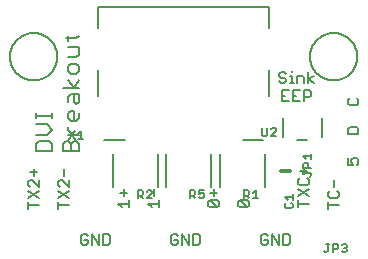
<source format=gbr>
G04 EAGLE Gerber RS-274X export*
G75*
%MOMM*%
%FSLAX34Y34*%
%LPD*%
%INSilkscreen Top*%
%IPPOS*%
%AMOC8*
5,1,8,0,0,1.08239X$1,22.5*%
G01*
%ADD10C,0.203200*%
%ADD11C,0.127000*%
%ADD12C,0.152400*%
%ADD13C,0.304800*%


D10*
X27675Y84836D02*
X40894Y84836D01*
X40894Y91446D01*
X38691Y93649D01*
X29878Y93649D01*
X27675Y91446D01*
X27675Y84836D01*
X27675Y98869D02*
X36488Y98869D01*
X40894Y103275D01*
X36488Y107682D01*
X27675Y107682D01*
X40894Y112902D02*
X40894Y117308D01*
X40894Y115105D02*
X27675Y115105D01*
X27675Y112902D02*
X27675Y117308D01*
X50535Y84836D02*
X63754Y84836D01*
X50535Y84836D02*
X50535Y91446D01*
X52738Y93649D01*
X54941Y93649D01*
X57144Y91446D01*
X59348Y93649D01*
X61551Y93649D01*
X63754Y91446D01*
X63754Y84836D01*
X57144Y84836D02*
X57144Y91446D01*
X54941Y98869D02*
X63754Y98869D01*
X59348Y98869D02*
X54941Y103275D01*
X54941Y105478D01*
X63754Y112766D02*
X63754Y117172D01*
X63754Y112766D02*
X61551Y110563D01*
X57144Y110563D01*
X54941Y112766D01*
X54941Y117172D01*
X57144Y119376D01*
X59348Y119376D01*
X59348Y110563D01*
X54941Y126799D02*
X54941Y131205D01*
X57144Y133408D01*
X63754Y133408D01*
X63754Y126799D01*
X61551Y124596D01*
X59348Y126799D01*
X59348Y133408D01*
X63754Y138628D02*
X50535Y138628D01*
X59348Y138628D02*
X63754Y145238D01*
X59348Y138628D02*
X54941Y145238D01*
X63754Y152525D02*
X63754Y156932D01*
X61551Y159135D01*
X57144Y159135D01*
X54941Y156932D01*
X54941Y152525D01*
X57144Y150322D01*
X61551Y150322D01*
X63754Y152525D01*
X61551Y164355D02*
X54941Y164355D01*
X61551Y164355D02*
X63754Y166558D01*
X63754Y173168D01*
X54941Y173168D01*
X52738Y180591D02*
X61551Y180591D01*
X63754Y182794D01*
X54941Y182794D02*
X54941Y178388D01*
D11*
X29845Y39161D02*
X20947Y39161D01*
X20947Y36195D02*
X20947Y42127D01*
X20947Y45550D02*
X29845Y51482D01*
X29845Y45550D02*
X20947Y51482D01*
X29845Y54905D02*
X29845Y60837D01*
X29845Y54905D02*
X23913Y60837D01*
X22430Y60837D01*
X20947Y59354D01*
X20947Y56388D01*
X22430Y54905D01*
X25396Y64261D02*
X25396Y70192D01*
X22430Y67226D02*
X28362Y67226D01*
X46347Y39161D02*
X55245Y39161D01*
X46347Y36195D02*
X46347Y42127D01*
X46347Y45550D02*
X55245Y51482D01*
X55245Y45550D02*
X46347Y51482D01*
X55245Y54905D02*
X55245Y60837D01*
X55245Y54905D02*
X49313Y60837D01*
X47830Y60837D01*
X46347Y59354D01*
X46347Y56388D01*
X47830Y54905D01*
X50796Y64261D02*
X50796Y70192D01*
X97147Y40431D02*
X100113Y37465D01*
X97147Y40431D02*
X106045Y40431D01*
X106045Y37465D02*
X106045Y43397D01*
X101596Y46820D02*
X101596Y52752D01*
X98630Y49786D02*
X104562Y49786D01*
X122547Y40431D02*
X125513Y37465D01*
X122547Y40431D02*
X131445Y40431D01*
X131445Y37465D02*
X131445Y43397D01*
X126996Y46820D02*
X126996Y52752D01*
X174830Y37465D02*
X180762Y37465D01*
X174830Y37465D02*
X173347Y38948D01*
X173347Y41914D01*
X174830Y43397D01*
X180762Y43397D01*
X182245Y41914D01*
X182245Y38948D01*
X180762Y37465D01*
X174830Y43397D01*
X177796Y46820D02*
X177796Y52752D01*
X174830Y49786D02*
X180762Y49786D01*
X200230Y37465D02*
X206162Y37465D01*
X200230Y37465D02*
X198747Y38948D01*
X198747Y41914D01*
X200230Y43397D01*
X206162Y43397D01*
X207645Y41914D01*
X207645Y38948D01*
X206162Y37465D01*
X200230Y43397D01*
X203196Y46820D02*
X203196Y52752D01*
X249547Y40431D02*
X258445Y40431D01*
X249547Y37465D02*
X249547Y43397D01*
X249547Y46820D02*
X258445Y52752D01*
X258445Y46820D02*
X249547Y52752D01*
X249547Y60624D02*
X251030Y62107D01*
X249547Y60624D02*
X249547Y57658D01*
X251030Y56175D01*
X256962Y56175D01*
X258445Y57658D01*
X258445Y60624D01*
X256962Y62107D01*
X253996Y65531D02*
X253996Y71462D01*
X251030Y68496D02*
X256962Y68496D01*
X274947Y39161D02*
X283845Y39161D01*
X274947Y36195D02*
X274947Y42127D01*
X274947Y49999D02*
X276430Y51482D01*
X274947Y49999D02*
X274947Y47033D01*
X276430Y45550D01*
X282362Y45550D01*
X283845Y47033D01*
X283845Y49999D01*
X282362Y51482D01*
X279396Y54905D02*
X279396Y60837D01*
X291457Y73025D02*
X291457Y78957D01*
X291457Y73025D02*
X295906Y73025D01*
X294423Y75991D01*
X294423Y77474D01*
X295906Y78957D01*
X298872Y78957D01*
X300355Y77474D01*
X300355Y74508D01*
X298872Y73025D01*
X300355Y99695D02*
X291457Y99695D01*
X300355Y99695D02*
X300355Y104144D01*
X298872Y105627D01*
X292940Y105627D01*
X291457Y104144D01*
X291457Y99695D01*
X291457Y128274D02*
X292940Y129757D01*
X291457Y128274D02*
X291457Y125308D01*
X292940Y123825D01*
X298872Y123825D01*
X300355Y125308D01*
X300355Y128274D01*
X298872Y129757D01*
X71274Y13130D02*
X69791Y14613D01*
X66825Y14613D01*
X65342Y13130D01*
X65342Y7198D01*
X66825Y5715D01*
X69791Y5715D01*
X71274Y7198D01*
X71274Y10164D01*
X68308Y10164D01*
X74697Y5715D02*
X74697Y14613D01*
X80629Y5715D01*
X80629Y14613D01*
X84053Y14613D02*
X84053Y5715D01*
X88501Y5715D01*
X89984Y7198D01*
X89984Y13130D01*
X88501Y14613D01*
X84053Y14613D01*
X145991Y14613D02*
X147474Y13130D01*
X145991Y14613D02*
X143025Y14613D01*
X141542Y13130D01*
X141542Y7198D01*
X143025Y5715D01*
X145991Y5715D01*
X147474Y7198D01*
X147474Y10164D01*
X144508Y10164D01*
X150897Y5715D02*
X150897Y14613D01*
X156829Y5715D01*
X156829Y14613D01*
X160253Y14613D02*
X160253Y5715D01*
X164701Y5715D01*
X166184Y7198D01*
X166184Y13130D01*
X164701Y14613D01*
X160253Y14613D01*
X222191Y14613D02*
X223674Y13130D01*
X222191Y14613D02*
X219225Y14613D01*
X217742Y13130D01*
X217742Y7198D01*
X219225Y5715D01*
X222191Y5715D01*
X223674Y7198D01*
X223674Y10164D01*
X220708Y10164D01*
X227097Y5715D02*
X227097Y14613D01*
X233029Y5715D01*
X233029Y14613D01*
X236453Y14613D02*
X236453Y5715D01*
X240901Y5715D01*
X242384Y7198D01*
X242384Y13130D01*
X240901Y14613D01*
X236453Y14613D01*
X239115Y150290D02*
X237632Y151773D01*
X234666Y151773D01*
X233183Y150290D01*
X233183Y148807D01*
X234666Y147324D01*
X237632Y147324D01*
X239115Y145841D01*
X239115Y144358D01*
X237632Y142875D01*
X234666Y142875D01*
X233183Y144358D01*
X242539Y148807D02*
X244022Y148807D01*
X244022Y142875D01*
X245504Y142875D02*
X242539Y142875D01*
X244022Y151773D02*
X244022Y153256D01*
X248775Y148807D02*
X248775Y142875D01*
X248775Y148807D02*
X253224Y148807D01*
X254707Y147324D01*
X254707Y142875D01*
X258131Y142875D02*
X258131Y151773D01*
X258131Y145841D02*
X262579Y142875D01*
X258131Y145841D02*
X262579Y148807D01*
X241454Y136533D02*
X235522Y136533D01*
X235522Y127635D01*
X241454Y127635D01*
X238488Y132084D02*
X235522Y132084D01*
X244877Y136533D02*
X250809Y136533D01*
X244877Y136533D02*
X244877Y127635D01*
X250809Y127635D01*
X247843Y132084D02*
X244877Y132084D01*
X254233Y127635D02*
X254233Y136533D01*
X258681Y136533D01*
X260164Y135050D01*
X260164Y132084D01*
X258681Y130601D01*
X254233Y130601D01*
D10*
X5400Y165100D02*
X5406Y165591D01*
X5424Y166081D01*
X5454Y166571D01*
X5496Y167060D01*
X5550Y167548D01*
X5616Y168035D01*
X5694Y168519D01*
X5784Y169002D01*
X5886Y169482D01*
X5999Y169960D01*
X6124Y170434D01*
X6261Y170906D01*
X6409Y171374D01*
X6569Y171838D01*
X6740Y172298D01*
X6922Y172754D01*
X7116Y173205D01*
X7320Y173651D01*
X7536Y174092D01*
X7762Y174528D01*
X7998Y174958D01*
X8245Y175382D01*
X8503Y175800D01*
X8771Y176211D01*
X9048Y176616D01*
X9336Y177014D01*
X9633Y177405D01*
X9940Y177788D01*
X10256Y178163D01*
X10581Y178531D01*
X10915Y178891D01*
X11258Y179242D01*
X11609Y179585D01*
X11969Y179919D01*
X12337Y180244D01*
X12712Y180560D01*
X13095Y180867D01*
X13486Y181164D01*
X13884Y181452D01*
X14289Y181729D01*
X14700Y181997D01*
X15118Y182255D01*
X15542Y182502D01*
X15972Y182738D01*
X16408Y182964D01*
X16849Y183180D01*
X17295Y183384D01*
X17746Y183578D01*
X18202Y183760D01*
X18662Y183931D01*
X19126Y184091D01*
X19594Y184239D01*
X20066Y184376D01*
X20540Y184501D01*
X21018Y184614D01*
X21498Y184716D01*
X21981Y184806D01*
X22465Y184884D01*
X22952Y184950D01*
X23440Y185004D01*
X23929Y185046D01*
X24419Y185076D01*
X24909Y185094D01*
X25400Y185100D01*
X25891Y185094D01*
X26381Y185076D01*
X26871Y185046D01*
X27360Y185004D01*
X27848Y184950D01*
X28335Y184884D01*
X28819Y184806D01*
X29302Y184716D01*
X29782Y184614D01*
X30260Y184501D01*
X30734Y184376D01*
X31206Y184239D01*
X31674Y184091D01*
X32138Y183931D01*
X32598Y183760D01*
X33054Y183578D01*
X33505Y183384D01*
X33951Y183180D01*
X34392Y182964D01*
X34828Y182738D01*
X35258Y182502D01*
X35682Y182255D01*
X36100Y181997D01*
X36511Y181729D01*
X36916Y181452D01*
X37314Y181164D01*
X37705Y180867D01*
X38088Y180560D01*
X38463Y180244D01*
X38831Y179919D01*
X39191Y179585D01*
X39542Y179242D01*
X39885Y178891D01*
X40219Y178531D01*
X40544Y178163D01*
X40860Y177788D01*
X41167Y177405D01*
X41464Y177014D01*
X41752Y176616D01*
X42029Y176211D01*
X42297Y175800D01*
X42555Y175382D01*
X42802Y174958D01*
X43038Y174528D01*
X43264Y174092D01*
X43480Y173651D01*
X43684Y173205D01*
X43878Y172754D01*
X44060Y172298D01*
X44231Y171838D01*
X44391Y171374D01*
X44539Y170906D01*
X44676Y170434D01*
X44801Y169960D01*
X44914Y169482D01*
X45016Y169002D01*
X45106Y168519D01*
X45184Y168035D01*
X45250Y167548D01*
X45304Y167060D01*
X45346Y166571D01*
X45376Y166081D01*
X45394Y165591D01*
X45400Y165100D01*
X45394Y164609D01*
X45376Y164119D01*
X45346Y163629D01*
X45304Y163140D01*
X45250Y162652D01*
X45184Y162165D01*
X45106Y161681D01*
X45016Y161198D01*
X44914Y160718D01*
X44801Y160240D01*
X44676Y159766D01*
X44539Y159294D01*
X44391Y158826D01*
X44231Y158362D01*
X44060Y157902D01*
X43878Y157446D01*
X43684Y156995D01*
X43480Y156549D01*
X43264Y156108D01*
X43038Y155672D01*
X42802Y155242D01*
X42555Y154818D01*
X42297Y154400D01*
X42029Y153989D01*
X41752Y153584D01*
X41464Y153186D01*
X41167Y152795D01*
X40860Y152412D01*
X40544Y152037D01*
X40219Y151669D01*
X39885Y151309D01*
X39542Y150958D01*
X39191Y150615D01*
X38831Y150281D01*
X38463Y149956D01*
X38088Y149640D01*
X37705Y149333D01*
X37314Y149036D01*
X36916Y148748D01*
X36511Y148471D01*
X36100Y148203D01*
X35682Y147945D01*
X35258Y147698D01*
X34828Y147462D01*
X34392Y147236D01*
X33951Y147020D01*
X33505Y146816D01*
X33054Y146622D01*
X32598Y146440D01*
X32138Y146269D01*
X31674Y146109D01*
X31206Y145961D01*
X30734Y145824D01*
X30260Y145699D01*
X29782Y145586D01*
X29302Y145484D01*
X28819Y145394D01*
X28335Y145316D01*
X27848Y145250D01*
X27360Y145196D01*
X26871Y145154D01*
X26381Y145124D01*
X25891Y145106D01*
X25400Y145100D01*
X24909Y145106D01*
X24419Y145124D01*
X23929Y145154D01*
X23440Y145196D01*
X22952Y145250D01*
X22465Y145316D01*
X21981Y145394D01*
X21498Y145484D01*
X21018Y145586D01*
X20540Y145699D01*
X20066Y145824D01*
X19594Y145961D01*
X19126Y146109D01*
X18662Y146269D01*
X18202Y146440D01*
X17746Y146622D01*
X17295Y146816D01*
X16849Y147020D01*
X16408Y147236D01*
X15972Y147462D01*
X15542Y147698D01*
X15118Y147945D01*
X14700Y148203D01*
X14289Y148471D01*
X13884Y148748D01*
X13486Y149036D01*
X13095Y149333D01*
X12712Y149640D01*
X12337Y149956D01*
X11969Y150281D01*
X11609Y150615D01*
X11258Y150958D01*
X10915Y151309D01*
X10581Y151669D01*
X10256Y152037D01*
X9940Y152412D01*
X9633Y152795D01*
X9336Y153186D01*
X9048Y153584D01*
X8771Y153989D01*
X8503Y154400D01*
X8245Y154818D01*
X7998Y155242D01*
X7762Y155672D01*
X7536Y156108D01*
X7320Y156549D01*
X7116Y156995D01*
X6922Y157446D01*
X6740Y157902D01*
X6569Y158362D01*
X6409Y158826D01*
X6261Y159294D01*
X6124Y159766D01*
X5999Y160240D01*
X5886Y160718D01*
X5784Y161198D01*
X5694Y161681D01*
X5616Y162165D01*
X5550Y162652D01*
X5496Y163140D01*
X5454Y163629D01*
X5424Y164119D01*
X5406Y164609D01*
X5400Y165100D01*
X259400Y165100D02*
X259406Y165591D01*
X259424Y166081D01*
X259454Y166571D01*
X259496Y167060D01*
X259550Y167548D01*
X259616Y168035D01*
X259694Y168519D01*
X259784Y169002D01*
X259886Y169482D01*
X259999Y169960D01*
X260124Y170434D01*
X260261Y170906D01*
X260409Y171374D01*
X260569Y171838D01*
X260740Y172298D01*
X260922Y172754D01*
X261116Y173205D01*
X261320Y173651D01*
X261536Y174092D01*
X261762Y174528D01*
X261998Y174958D01*
X262245Y175382D01*
X262503Y175800D01*
X262771Y176211D01*
X263048Y176616D01*
X263336Y177014D01*
X263633Y177405D01*
X263940Y177788D01*
X264256Y178163D01*
X264581Y178531D01*
X264915Y178891D01*
X265258Y179242D01*
X265609Y179585D01*
X265969Y179919D01*
X266337Y180244D01*
X266712Y180560D01*
X267095Y180867D01*
X267486Y181164D01*
X267884Y181452D01*
X268289Y181729D01*
X268700Y181997D01*
X269118Y182255D01*
X269542Y182502D01*
X269972Y182738D01*
X270408Y182964D01*
X270849Y183180D01*
X271295Y183384D01*
X271746Y183578D01*
X272202Y183760D01*
X272662Y183931D01*
X273126Y184091D01*
X273594Y184239D01*
X274066Y184376D01*
X274540Y184501D01*
X275018Y184614D01*
X275498Y184716D01*
X275981Y184806D01*
X276465Y184884D01*
X276952Y184950D01*
X277440Y185004D01*
X277929Y185046D01*
X278419Y185076D01*
X278909Y185094D01*
X279400Y185100D01*
X279891Y185094D01*
X280381Y185076D01*
X280871Y185046D01*
X281360Y185004D01*
X281848Y184950D01*
X282335Y184884D01*
X282819Y184806D01*
X283302Y184716D01*
X283782Y184614D01*
X284260Y184501D01*
X284734Y184376D01*
X285206Y184239D01*
X285674Y184091D01*
X286138Y183931D01*
X286598Y183760D01*
X287054Y183578D01*
X287505Y183384D01*
X287951Y183180D01*
X288392Y182964D01*
X288828Y182738D01*
X289258Y182502D01*
X289682Y182255D01*
X290100Y181997D01*
X290511Y181729D01*
X290916Y181452D01*
X291314Y181164D01*
X291705Y180867D01*
X292088Y180560D01*
X292463Y180244D01*
X292831Y179919D01*
X293191Y179585D01*
X293542Y179242D01*
X293885Y178891D01*
X294219Y178531D01*
X294544Y178163D01*
X294860Y177788D01*
X295167Y177405D01*
X295464Y177014D01*
X295752Y176616D01*
X296029Y176211D01*
X296297Y175800D01*
X296555Y175382D01*
X296802Y174958D01*
X297038Y174528D01*
X297264Y174092D01*
X297480Y173651D01*
X297684Y173205D01*
X297878Y172754D01*
X298060Y172298D01*
X298231Y171838D01*
X298391Y171374D01*
X298539Y170906D01*
X298676Y170434D01*
X298801Y169960D01*
X298914Y169482D01*
X299016Y169002D01*
X299106Y168519D01*
X299184Y168035D01*
X299250Y167548D01*
X299304Y167060D01*
X299346Y166571D01*
X299376Y166081D01*
X299394Y165591D01*
X299400Y165100D01*
X299394Y164609D01*
X299376Y164119D01*
X299346Y163629D01*
X299304Y163140D01*
X299250Y162652D01*
X299184Y162165D01*
X299106Y161681D01*
X299016Y161198D01*
X298914Y160718D01*
X298801Y160240D01*
X298676Y159766D01*
X298539Y159294D01*
X298391Y158826D01*
X298231Y158362D01*
X298060Y157902D01*
X297878Y157446D01*
X297684Y156995D01*
X297480Y156549D01*
X297264Y156108D01*
X297038Y155672D01*
X296802Y155242D01*
X296555Y154818D01*
X296297Y154400D01*
X296029Y153989D01*
X295752Y153584D01*
X295464Y153186D01*
X295167Y152795D01*
X294860Y152412D01*
X294544Y152037D01*
X294219Y151669D01*
X293885Y151309D01*
X293542Y150958D01*
X293191Y150615D01*
X292831Y150281D01*
X292463Y149956D01*
X292088Y149640D01*
X291705Y149333D01*
X291314Y149036D01*
X290916Y148748D01*
X290511Y148471D01*
X290100Y148203D01*
X289682Y147945D01*
X289258Y147698D01*
X288828Y147462D01*
X288392Y147236D01*
X287951Y147020D01*
X287505Y146816D01*
X287054Y146622D01*
X286598Y146440D01*
X286138Y146269D01*
X285674Y146109D01*
X285206Y145961D01*
X284734Y145824D01*
X284260Y145699D01*
X283782Y145586D01*
X283302Y145484D01*
X282819Y145394D01*
X282335Y145316D01*
X281848Y145250D01*
X281360Y145196D01*
X280871Y145154D01*
X280381Y145124D01*
X279891Y145106D01*
X279400Y145100D01*
X278909Y145106D01*
X278419Y145124D01*
X277929Y145154D01*
X277440Y145196D01*
X276952Y145250D01*
X276465Y145316D01*
X275981Y145394D01*
X275498Y145484D01*
X275018Y145586D01*
X274540Y145699D01*
X274066Y145824D01*
X273594Y145961D01*
X273126Y146109D01*
X272662Y146269D01*
X272202Y146440D01*
X271746Y146622D01*
X271295Y146816D01*
X270849Y147020D01*
X270408Y147236D01*
X269972Y147462D01*
X269542Y147698D01*
X269118Y147945D01*
X268700Y148203D01*
X268289Y148471D01*
X267884Y148748D01*
X267486Y149036D01*
X267095Y149333D01*
X266712Y149640D01*
X266337Y149956D01*
X265969Y150281D01*
X265609Y150615D01*
X265258Y150958D01*
X264915Y151309D01*
X264581Y151669D01*
X264256Y152037D01*
X263940Y152412D01*
X263633Y152795D01*
X263336Y153186D01*
X263048Y153584D01*
X262771Y153989D01*
X262503Y154400D01*
X262245Y154818D01*
X261998Y155242D01*
X261762Y155672D01*
X261536Y156108D01*
X261320Y156549D01*
X261116Y156995D01*
X260922Y157446D01*
X260740Y157902D01*
X260569Y158362D01*
X260409Y158826D01*
X260261Y159294D01*
X260124Y159766D01*
X259999Y160240D01*
X259886Y160718D01*
X259784Y161198D01*
X259694Y161681D01*
X259616Y162165D01*
X259550Y162652D01*
X259496Y163140D01*
X259454Y163629D01*
X259424Y164119D01*
X259406Y164609D01*
X259400Y165100D01*
X224900Y189140D02*
X224900Y207240D01*
X224900Y154140D02*
X224900Y131640D01*
X219900Y94140D02*
X202400Y94140D01*
X102400Y94140D02*
X84900Y94140D01*
X79900Y207240D02*
X224900Y207240D01*
X79900Y207240D02*
X79900Y189140D01*
X79900Y154140D02*
X79900Y131640D01*
D12*
X55644Y102114D02*
X60050Y95504D01*
X55644Y95504D02*
X60050Y102114D01*
X63128Y99910D02*
X65331Y102114D01*
X65331Y95504D01*
X63128Y95504D02*
X67534Y95504D01*
D10*
X269230Y97410D02*
X269230Y113410D01*
X236230Y113410D02*
X236230Y97410D01*
X248730Y94910D02*
X256730Y94910D01*
D12*
X218744Y99146D02*
X218744Y104654D01*
X218744Y99146D02*
X219845Y98044D01*
X222049Y98044D01*
X223150Y99146D01*
X223150Y104654D01*
X226228Y98044D02*
X230634Y98044D01*
X226228Y98044D02*
X230634Y102450D01*
X230634Y103552D01*
X229533Y104654D01*
X227329Y104654D01*
X226228Y103552D01*
D10*
X92760Y82580D02*
X92760Y54580D01*
X130760Y54580D02*
X130760Y82580D01*
D12*
X113554Y51824D02*
X113554Y45214D01*
X113554Y51824D02*
X116859Y51824D01*
X117960Y50722D01*
X117960Y48519D01*
X116859Y47417D01*
X113554Y47417D01*
X115757Y47417D02*
X117960Y45214D01*
X121038Y45214D02*
X125444Y45214D01*
X121038Y45214D02*
X125444Y49620D01*
X125444Y50722D01*
X124343Y51824D01*
X122139Y51824D01*
X121038Y50722D01*
D10*
X137210Y54580D02*
X137210Y82580D01*
X175210Y82580D02*
X175210Y54580D01*
D12*
X158004Y51824D02*
X158004Y45214D01*
X158004Y51824D02*
X161309Y51824D01*
X162410Y50722D01*
X162410Y48519D01*
X161309Y47417D01*
X158004Y47417D01*
X160207Y47417D02*
X162410Y45214D01*
X165488Y51824D02*
X169894Y51824D01*
X165488Y51824D02*
X165488Y48519D01*
X167691Y49620D01*
X168793Y49620D01*
X169894Y48519D01*
X169894Y46316D01*
X168793Y45214D01*
X166589Y45214D01*
X165488Y46316D01*
D10*
X182930Y54580D02*
X182930Y82580D01*
X220930Y82580D02*
X220930Y54580D01*
D12*
X203724Y51824D02*
X203724Y45214D01*
X203724Y51824D02*
X207029Y51824D01*
X208130Y50722D01*
X208130Y48519D01*
X207029Y47417D01*
X203724Y47417D01*
X205927Y47417D02*
X208130Y45214D01*
X211208Y49620D02*
X213411Y51824D01*
X213411Y45214D01*
X211208Y45214D02*
X215614Y45214D01*
X259248Y63500D02*
X260350Y64602D01*
X260350Y65703D01*
X259248Y66805D01*
X253740Y66805D01*
X253740Y67906D02*
X253740Y65703D01*
X253740Y70984D02*
X260350Y70984D01*
X253740Y70984D02*
X253740Y74289D01*
X254842Y75391D01*
X257045Y75391D01*
X258147Y74289D01*
X258147Y70984D01*
X255944Y78468D02*
X253740Y80672D01*
X260350Y80672D01*
X260350Y82875D02*
X260350Y78468D01*
X271172Y848D02*
X272273Y-254D01*
X273375Y-254D01*
X274476Y848D01*
X274476Y6356D01*
X273375Y6356D02*
X275578Y6356D01*
X278656Y6356D02*
X278656Y-254D01*
X278656Y6356D02*
X281961Y6356D01*
X283062Y5254D01*
X283062Y3051D01*
X281961Y1949D01*
X278656Y1949D01*
X286140Y5254D02*
X287241Y6356D01*
X289445Y6356D01*
X290546Y5254D01*
X290546Y4152D01*
X289445Y3051D01*
X288343Y3051D01*
X289445Y3051D02*
X290546Y1949D01*
X290546Y848D01*
X289445Y-254D01*
X287241Y-254D01*
X286140Y848D01*
D13*
X242760Y68580D02*
X234760Y68580D01*
D12*
X239348Y41000D02*
X238246Y39899D01*
X238246Y37695D01*
X239348Y36594D01*
X243754Y36594D01*
X244856Y37695D01*
X244856Y39899D01*
X243754Y41000D01*
X240450Y44078D02*
X238246Y46281D01*
X244856Y46281D01*
X244856Y44078D02*
X244856Y48484D01*
M02*

</source>
